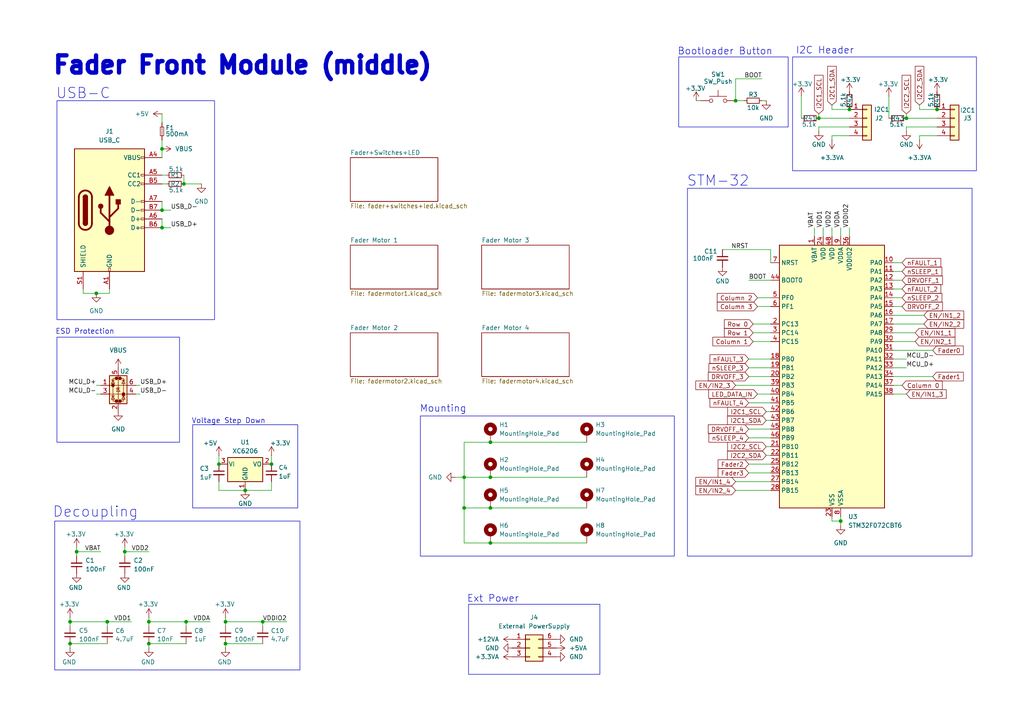
<source format=kicad_sch>
(kicad_sch (version 20250114) (generator "eeschema") (generator_version "9.0")
  (paper "A4")
  (lib_symbols
    (symbol "Connector:USB_C_Receptacle_USB2.0_14P" (pin_names (offset 1.016))
      (property "Reference" "J" (at 0 22.225 0))
      (property "Value" "USB_C_Receptacle_USB2.0_14P" (at 0 19.685 0))
      (symbol "USB_C_Receptacle_USB2.0_14P_1_1"
        (pin passive line (at -7.62 -22.86 90) (length 5.08) (name "SHIELD") (number "S1"))
        (pin passive line (at 0 -22.86 90) (length 5.08) (name "GND") (number "A1"))
        (pin passive line (at 0 -22.86 90) (length 5.08) (hide yes) (name "GND") (number "A12"))
        (pin passive line (at 0 -22.86 90) (length 5.08) (hide yes) (name "GND") (number "B1"))
        (pin passive line (at 0 -22.86 90) (length 5.08) (hide yes) (name "GND") (number "B12"))
        (pin passive line (at 15.24 15.24 180) (length 5.08) (name "VBUS") (number "A4"))
        (pin passive line (at 15.24 15.24 180) (length 5.08) (hide yes) (name "VBUS") (number "A9"))
        (pin passive line (at 15.24 15.24 180) (length 5.08) (hide yes) (name "VBUS") (number "B4"))
        (pin passive line (at 15.24 15.24 180) (length 5.08) (hide yes) (name "VBUS") (number "B9"))
        (pin bidirectional line (at 15.24 10.16 180) (length 5.08) (name "CC1") (number "A5"))
        (pin bidirectional line (at 15.24 7.62 180) (length 5.08) (name "CC2") (number "B5"))
        (pin bidirectional line (at 15.24 2.54 180) (length 5.08) (name "D-") (number "A7"))
        (pin bidirectional line (at 15.24 0 180) (length 5.08) (name "D-") (number "B7"))
        (pin bidirectional line (at 15.24 -2.54 180) (length 5.08) (name "D+") (number "A6"))
        (pin bidirectional line (at 15.24 -5.08 180) (length 5.08) (name "D+") (number "B6"))
      )
    )
    (symbol "Connector_Generic:Conn_01x04" (pin_names (offset 1.016) (hide yes))
      (property "Reference" "J" (at 0 5.08 0))
      (property "Value" "Conn_01x04" (at 0 -7.62 0))
      (symbol "Conn_01x04_1_1"
        (pin passive line (at -5.08 2.54 0) (length 3.81) (name "Pin_1") (number "1"))
        (pin passive line (at -5.08 0 0) (length 3.81) (name "Pin_2") (number "2"))
        (pin passive line (at -5.08 -2.54 0) (length 3.81) (name "Pin_3") (number "3"))
        (pin passive line (at -5.08 -5.08 0) (length 3.81) (name "Pin_4") (number "4"))
      )
    )
    (symbol "Connector_Generic:Conn_02x03_Counter_Clockwise" (pin_names (offset 1.016) (hide yes))
      (property "Reference" "J" (at 1.27 5.08 0))
      (property "Value" "Conn_02x03_Counter_Clockwise" (at 1.27 -5.08 0))
      (symbol "Conn_02x03_Counter_Clockwise_1_1"
        (pin passive line (at -5.08 2.54 0) (length 3.81) (name "Pin_1") (number "1"))
        (pin passive line (at -5.08 0 0) (length 3.81) (name "Pin_2") (number "2"))
        (pin passive line (at -5.08 -2.54 0) (length 3.81) (name "Pin_3") (number "3"))
        (pin passive line (at 7.62 2.54 180) (length 3.81) (name "Pin_6") (number "6"))
        (pin passive line (at 7.62 0 180) (length 3.81) (name "Pin_5") (number "5"))
        (pin passive line (at 7.62 -2.54 180) (length 3.81) (name "Pin_4") (number "4"))
      )
    )
    (symbol "Device:C_Small" (pin_numbers (hide yes)) (pin_names (offset 0.254) (hide yes))
      (property "Reference" "C" (at 0.254 1.778 0))
      (property "Value" "C_Small" (at 0.254 -2.032 0))
      (symbol "C_Small_1_1"
        (pin passive line (at 0 2.54 270) (length 2.032) (name "~") (number "1"))
        (pin passive line (at 0 -2.54 90) (length 2.032) (name "~") (number "2"))
      )
    )
    (symbol "Device:Fuse_Small" (pin_numbers (hide yes)) (pin_names (offset 0.254) (hide yes))
      (property "Reference" "F" (at 0 -1.524 0))
      (property "Value" "Fuse_Small" (at 0 1.524 0))
      (symbol "Fuse_Small_1_1"
        (pin passive line (at -2.54 0 0) (length 1.27) (name "~") (number "1"))
        (pin passive line (at 2.54 0 180) (length 1.27) (name "~") (number "2"))
      )
    )
    (symbol "Device:R_Small" (pin_numbers (hide yes)) (pin_names (offset 0.254) (hide yes))
      (property "Reference" "R" (at 0.762 0.508 0))
      (property "Value" "R_Small" (at 0.762 -1.016 0))
      (symbol "R_Small_1_1"
        (pin passive line (at 0 2.54 270) (length 0.762) (name "~") (number "1"))
        (pin passive line (at 0 -2.54 90) (length 0.762) (name "~") (number "2"))
      )
    )
    (symbol "MCU_ST_STM32F0:STM32F072CBTx"
      (property "Reference" "U" (at -15.24 39.37 0))
      (property "Value" "STM32F072CBTx" (at 7.62 39.37 0))
      (symbol "STM32F072CBTx_1_1"
        (pin input line (at -17.78 33.02 0) (length 2.54) (name "NRST") (number "7"))
        (pin input line (at -17.78 27.94 0) (length 2.54) (name "BOOT0") (number "44"))
        (pin bidirectional line (at -17.78 22.86 0) (length 2.54) (name "PF0") (number "5"))
        (pin bidirectional line (at -17.78 20.32 0) (length 2.54) (name "PF1") (number "6"))
        (pin bidirectional line (at -17.78 15.24 0) (length 2.54) (name "PC13") (number "2"))
        (pin bidirectional line (at -17.78 12.7 0) (length 2.54) (name "PC14") (number "3"))
        (pin bidirectional line (at -17.78 10.16 0) (length 2.54) (name "PC15") (number "4"))
        (pin bidirectional line (at -17.78 5.08 0) (length 2.54) (name "PB0") (number "18"))
        (pin bidirectional line (at -17.78 2.54 0) (length 2.54) (name "PB1") (number "19"))
        (pin bidirectional line (at -17.78 0 0) (length 2.54) (name "PB2") (number "20"))
        (pin bidirectional line (at -17.78 -2.54 0) (length 2.54) (name "PB3") (number "39"))
        (pin bidirectional line (at -17.78 -5.08 0) (length 2.54) (name "PB4") (number "40"))
        (pin bidirectional line (at -17.78 -7.62 0) (length 2.54) (name "PB5") (number "41"))
        (pin bidirectional line (at -17.78 -10.16 0) (length 2.54) (name "PB6") (number "42"))
        (pin bidirectional line (at -17.78 -12.7 0) (length 2.54) (name "PB7") (number "43"))
        (pin bidirectional line (at -17.78 -15.24 0) (length 2.54) (name "PB8") (number "45"))
        (pin bidirectional line (at -17.78 -17.78 0) (length 2.54) (name "PB9") (number "46"))
        (pin bidirectional line (at -17.78 -20.32 0) (length 2.54) (name "PB10") (number "21"))
        (pin bidirectional line (at -17.78 -22.86 0) (length 2.54) (name "PB11") (number "22"))
        (pin bidirectional line (at -17.78 -25.4 0) (length 2.54) (name "PB12") (number "25"))
        (pin bidirectional line (at -17.78 -27.94 0) (length 2.54) (name "PB13") (number "26"))
        (pin bidirectional line (at -17.78 -30.48 0) (length 2.54) (name "PB14") (number "27"))
        (pin bidirectional line (at -17.78 -33.02 0) (length 2.54) (name "PB15") (number "28"))
        (pin power_in line (at -5.08 40.64 270) (length 2.54) (name "VBAT") (number "1"))
        (pin power_in line (at -2.54 40.64 270) (length 2.54) (name "VDD") (number "24"))
        (pin power_in line (at 0 40.64 270) (length 2.54) (name "VDD") (number "48"))
        (pin power_in line (at 0 -40.64 90) (length 2.54) (name "VSS") (number "23"))
        (pin passive line (at 0 -40.64 90) (length 2.54) (hide yes) (name "VSS") (number "35"))
        (pin passive line (at 0 -40.64 90) (length 2.54) (hide yes) (name "VSS") (number "47"))
        (pin power_in line (at 2.54 40.64 270) (length 2.54) (name "VDDA") (number "9"))
        (pin power_in line (at 2.54 -40.64 90) (length 2.54) (name "VSSA") (number "8"))
        (pin power_in line (at 5.08 40.64 270) (length 2.54) (name "VDDIO2") (number "36"))
        (pin bidirectional line (at 17.78 33.02 180) (length 2.54) (name "PA0") (number "10"))
        (pin bidirectional line (at 17.78 30.48 180) (length 2.54) (name "PA1") (number "11"))
        (pin bidirectional line (at 17.78 27.94 180) (length 2.54) (name "PA2") (number "12"))
        (pin bidirectional line (at 17.78 25.4 180) (length 2.54) (name "PA3") (number "13"))
        (pin bidirectional line (at 17.78 22.86 180) (length 2.54) (name "PA4") (number "14"))
        (pin bidirectional line (at 17.78 20.32 180) (length 2.54) (name "PA5") (number "15"))
        (pin bidirectional line (at 17.78 17.78 180) (length 2.54) (name "PA6") (number "16"))
        (pin bidirectional line (at 17.78 15.24 180) (length 2.54) (name "PA7") (number "17"))
        (pin bidirectional line (at 17.78 12.7 180) (length 2.54) (name "PA8") (number "29"))
        (pin bidirectional line (at 17.78 10.16 180) (length 2.54) (name "PA9") (number "30"))
        (pin bidirectional line (at 17.78 7.62 180) (length 2.54) (name "PA10") (number "31"))
        (pin bidirectional line (at 17.78 5.08 180) (length 2.54) (name "PA11") (number "32"))
        (pin bidirectional line (at 17.78 2.54 180) (length 2.54) (name "PA12") (number "33"))
        (pin bidirectional line (at 17.78 0 180) (length 2.54) (name "PA13") (number "34"))
        (pin bidirectional line (at 17.78 -2.54 180) (length 2.54) (name "PA14") (number "37"))
        (pin bidirectional line (at 17.78 -5.08 180) (length 2.54) (name "PA15") (number "38"))
      )
    )
    (symbol "Mechanical:MountingHole_Pad" (pin_numbers (hide yes)) (pin_names (offset 1.016) (hide yes)) (in_bom no)
      (property "Reference" "H" (at 0 6.35 0))
      (property "Value" "MountingHole_Pad" (at 0 4.445 0))
      (symbol "MountingHole_Pad_1_1"
        (pin input line (at 0 -2.54 90) (length 2.54) (name "1") (number "1"))
      )
    )
    (symbol "Power_Protection:USBLC6-2SC6" (pin_names (hide yes))
      (property "Reference" "U" (at 0.635 5.715 0))
      (property "Value" "USBLC6-2SC6" (at 0.635 3.81 0))
      (symbol "USBLC6-2SC6_1_1"
        (pin passive line (at -5.08 0 0) (length 2.54) (name "I/O1") (number "1"))
        (pin passive line (at -5.08 -2.54 0) (length 2.54) (name "I/O2") (number "3"))
        (pin passive line (at 0 5.08 270) (length 2.54) (name "VBUS") (number "5"))
        (pin passive line (at 0 -7.62 90) (length 2.54) (name "GND") (number "2"))
        (pin passive line (at 5.08 0 180) (length 2.54) (name "I/O1") (number "6"))
        (pin passive line (at 5.08 -2.54 180) (length 2.54) (name "I/O2") (number "4"))
      )
    )
    (symbol "Regulator_Linear:XC6206PxxxMR" (pin_names (offset 0.254))
      (property "Reference" "U" (at -3.81 3.175 0))
      (property "Value" "XC6206PxxxMR" (at 0 3.175 0))
      (symbol "XC6206PxxxMR_1_1"
        (pin power_in line (at -7.62 0 0) (length 2.54) (name "VI") (number "3"))
        (pin power_in line (at 0 -7.62 90) (length 2.54) (name "GND") (number "1"))
        (pin power_out line (at 7.62 0 180) (length 2.54) (name "VO") (number "2"))
      )
    )
    (symbol "Switch:SW_Push" (pin_numbers (hide yes)) (pin_names (offset 1.016) (hide yes))
      (property "Reference" "SW" (at 1.27 2.54 0))
      (property "Value" "SW_Push" (at 0 -1.524 0))
      (symbol "SW_Push_0_1"
        (pin passive line (at -5.08 0 0) (length 2.54) (name "1") (number "1"))
        (pin passive line (at 5.08 0 180) (length 2.54) (name "2") (number "2"))
      )
    )
    (symbol "power:+12VA" (power) (pin_numbers (hide yes)) (pin_names (offset 0) (hide yes))
      (property "Value" "+12VA" (at 0 3.556 0))
      (symbol "+12VA_1_1"
        (pin power_in line (at 0 0 90) (length 0) (name "~") (number "1"))
      )
    )
    (symbol "power:+3.3V" (power) (pin_numbers (hide yes)) (pin_names (offset 0) (hide yes))
      (property "Value" "+3.3V" (at 0 3.556 0))
      (symbol "+3.3V_1_1"
        (pin power_in line (at 0 0 90) (length 0) (name "~") (number "1"))
      )
    )
    (symbol "power:+3.3VA" (power) (pin_numbers (hide yes)) (pin_names (offset 0) (hide yes))
      (property "Value" "+3.3VA" (at 0 3.556 0))
      (symbol "+3.3VA_1_1"
        (pin power_in line (at 0 0 90) (length 0) (name "~") (number "1"))
      )
    )
    (symbol "power:+5V" (power) (pin_numbers (hide yes)) (pin_names (offset 0) (hide yes))
      (property "Value" "+5V" (at 0 3.556 0))
      (symbol "+5V_1_1"
        (pin power_in line (at 0 0 90) (length 0) (name "~") (number "1"))
      )
    )
    (symbol "power:+5VA" (power) (pin_numbers (hide yes)) (pin_names (offset 0) (hide yes))
      (property "Value" "+5VA" (at 0 3.556 0))
      (symbol "+5VA_1_1"
        (pin power_in line (at 0 0 90) (length 0) (name "~") (number "1"))
      )
    )
    (symbol "power:GND" (power) (pin_numbers (hide yes)) (pin_names (offset 0) (hide yes))
      (property "Value" "GND" (at 0 -3.81 0))
      (symbol "GND_1_1"
        (pin power_in line (at 0 0 270) (length 0) (name "~") (number "1"))
      )
    )
    (symbol "power:VBUS" (power) (pin_numbers (hide yes)) (pin_names (offset 0) (hide yes))
      (property "Value" "VBUS" (at 0 3.556 0))
      (symbol "VBUS_1_1"
        (pin power_in line (at 0 0 90) (length 0) (name "~") (number "1"))
      )
    )
  )
  (rectangle (start 199.39 54.61) (end 281.94 161.29))
  (rectangle (start 55.88 123.19) (end 86.36 147.32))
  (rectangle (start 15.875 151.13) (end 86.995 194.31))
  (rectangle (start 135.89 175.26) (end 173.99 195.58))
  (rectangle (start 121.92 120.65) (end 195.58 161.29))
  (rectangle (start 16.51 29.21) (end 62.23 92.71))
  (rectangle (start 16.51 97.79) (end 52.07 128.27))
  (rectangle (start 229.87 16.51) (end 283.21 49.53))
  (rectangle (start 196.85 16.51) (end 228.6 36.83))
  (text "Ext Power" (at 143.002 173.736 0) (effects (font (size 2 2))))
  (text "ESD Protection" (at 24.638 96.266 0) (effects (font (size 1.5 1.5))))
  (text "Mounting\n" (at 128.524 118.618 0) (effects (font (size 2 2))))
  (text "I2C Header" (at 239.268 14.732 0) (effects (font (size 2 2))))
  (text "Voltage Step Down" (at 66.294 122.174 0) (effects (font (size 1.5 1.5))))
  (text "Bootloader Button" (at 210.312 14.986 0) (effects (font (size 2 2))))
  (text "Decoupling" (at 27.686 148.59 0) (effects (font (size 3 3))))
  (text "STM-32" (at 208.28 52.578 0) (effects (font (size 3 3))))
  (text "USB-C" (at 24.13 27.178 0) (effects (font (size 3 3))))
  (text "Fader Front Module (middle)" (at 70.358 19.05 0) (effects (font (size 5 5) (thickness 1.6) (bold yes))))
  (junction (at 134.62 138.43))
  (junction (at 46.99 66.04))
  (junction (at 142.24 147.32))
  (junction (at 43.18 186.69))
  (junction (at 31.115 180.34))
  (junction (at 246.38 31.75))
  (junction (at 262.89 34.29))
  (junction (at 65.405 180.34))
  (junction (at 76.2 180.34))
  (junction (at 53.34 53.34))
  (junction (at 46.99 60.96))
  (junction (at 53.975 180.34))
  (junction (at 237.49 34.29))
  (junction (at 271.78 31.75))
  (junction (at 63.5 134.62))
  (junction (at 20.32 186.69))
  (junction (at 65.405 186.69))
  (junction (at 142.24 128.27))
  (junction (at 213.36 29.21))
  (junction (at 78.74 134.62))
  (junction (at 36.195 160.02))
  (junction (at 46.99 43.18))
  (junction (at 22.225 160.02))
  (junction (at 27.94 85.09))
  (junction (at 142.24 138.43))
  (junction (at 142.24 157.48))
  (junction (at 43.18 180.34))
  (junction (at 134.62 147.32))
  (junction (at 71.12 142.24))
  (junction (at 243.84 151.13))
  (junction (at 20.32 180.34))
  (wire (pts (xy 43.18 179.07) (xy 43.18 180.34)))
  (wire (pts (xy 78.74 142.24) (xy 78.74 139.7)))
  (wire (pts (xy 219.71 86.36) (xy 223.52 86.36)))
  (wire (pts (xy 220.98 22.86) (xy 213.36 22.86)))
  (wire (pts (xy 262.89 33.02) (xy 262.89 34.29)))
  (wire (pts (xy 78.74 132.08) (xy 78.74 134.62)))
  (wire (pts (xy 259.08 86.36) (xy 261.62 86.36)))
  (wire (pts (xy 65.405 180.34) (xy 76.2 180.34)))
  (wire (pts (xy 237.49 33.02) (xy 237.49 34.29)))
  (wire (pts (xy 65.405 180.34) (xy 65.405 181.61)))
  (wire (pts (xy 46.99 40.64) (xy 46.99 43.18)))
  (wire (pts (xy 27.94 85.09) (xy 24.13 85.09)))
  (wire (pts (xy 76.2 180.34) (xy 76.2 181.61)))
  (wire (pts (xy 218.44 99.06) (xy 223.52 99.06)))
  (wire (pts (xy 213.36 142.24) (xy 223.52 142.24)))
  (wire (pts (xy 241.3 31.75) (xy 246.38 31.75)))
  (wire (pts (xy 222.25 132.08) (xy 223.52 132.08)))
  (wire (pts (xy 241.3 40.64) (xy 241.3 39.37)))
  (wire (pts (xy 243.84 151.13) (xy 243.84 152.4)))
  (wire (pts (xy 36.195 160.02) (xy 36.195 161.29)))
  (wire (pts (xy 65.405 187.96) (xy 65.405 186.69)))
  (wire (pts (xy 134.62 138.43) (xy 134.62 128.27)))
  (wire (pts (xy 53.975 180.34) (xy 60.96 180.34)))
  (wire (pts (xy 142.24 147.32) (xy 170.18 147.32)))
  (wire (pts (xy 213.36 111.76) (xy 223.52 111.76)))
  (wire (pts (xy 218.44 93.98) (xy 223.52 93.98)))
  (wire (pts (xy 201.93 29.21) (xy 203.2 29.21)))
  (wire (pts (xy 223.52 72.39) (xy 223.52 76.2)))
  (wire (pts (xy 217.17 137.16) (xy 223.52 137.16)))
  (wire (pts (xy 40.64 111.76) (xy 39.37 111.76)))
  (wire (pts (xy 259.08 114.3) (xy 262.89 114.3)))
  (wire (pts (xy 43.18 160.02) (xy 36.195 160.02)))
  (wire (pts (xy 36.195 158.75) (xy 36.195 160.02)))
  (wire (pts (xy 20.32 179.07) (xy 20.32 180.34)))
  (wire (pts (xy 259.08 88.9) (xy 261.62 88.9)))
  (wire (pts (xy 259.08 109.22) (xy 270.51 109.22)))
  (wire (pts (xy 142.24 138.43) (xy 170.18 138.43)))
  (wire (pts (xy 63.5 142.24) (xy 71.12 142.24)))
  (wire (pts (xy 259.08 101.6) (xy 270.51 101.6)))
  (wire (pts (xy 63.5 139.7) (xy 63.5 142.24)))
  (wire (pts (xy 31.115 180.34) (xy 38.1 180.34)))
  (wire (pts (xy 46.99 58.42) (xy 46.99 60.96)))
  (wire (pts (xy 134.62 147.32) (xy 142.24 147.32)))
  (wire (pts (xy 222.25 119.38) (xy 223.52 119.38)))
  (wire (pts (xy 259.08 81.28) (xy 261.62 81.28)))
  (wire (pts (xy 266.7 39.37) (xy 271.78 39.37)))
  (wire (pts (xy 43.18 180.34) (xy 53.975 180.34)))
  (wire (pts (xy 243.84 149.86) (xy 243.84 151.13)))
  (wire (pts (xy 46.99 53.34) (xy 48.26 53.34)))
  (wire (pts (xy 238.76 66.04) (xy 238.76 68.58)))
  (wire (pts (xy 43.18 187.96) (xy 43.18 186.69)))
  (wire (pts (xy 259.08 78.74) (xy 261.62 78.74)))
  (wire (pts (xy 241.3 30.48) (xy 241.3 31.75)))
  (wire (pts (xy 217.17 134.62) (xy 223.52 134.62)))
  (wire (pts (xy 217.17 106.68) (xy 223.52 106.68)))
  (wire (pts (xy 217.17 124.46) (xy 223.52 124.46)))
  (wire (pts (xy 217.17 81.28) (xy 223.52 81.28)))
  (wire (pts (xy 20.32 187.96) (xy 20.32 186.69)))
  (wire (pts (xy 219.71 88.9) (xy 223.52 88.9)))
  (wire (pts (xy 134.62 128.27) (xy 142.24 128.27)))
  (wire (pts (xy 259.08 104.14) (xy 262.89 104.14)))
  (wire (pts (xy 236.22 66.04) (xy 236.22 68.58)))
  (wire (pts (xy 71.12 142.24) (xy 78.74 142.24)))
  (wire (pts (xy 241.3 39.37) (xy 246.38 39.37)))
  (wire (pts (xy 213.36 29.21) (xy 215.9 29.21)))
  (wire (pts (xy 142.24 128.27) (xy 170.18 128.27)))
  (wire (pts (xy 46.99 50.8) (xy 48.26 50.8)))
  (wire (pts (xy 217.17 104.14) (xy 223.52 104.14)))
  (wire (pts (xy 22.225 158.75) (xy 22.225 160.02)))
  (wire (pts (xy 43.18 180.34) (xy 43.18 181.61)))
  (wire (pts (xy 134.62 138.43) (xy 142.24 138.43)))
  (wire (pts (xy 222.25 121.92) (xy 223.52 121.92)))
  (wire (pts (xy 257.81 27.94) (xy 257.81 34.29)))
  (wire (pts (xy 65.405 186.69) (xy 76.2 186.69)))
  (wire (pts (xy 22.225 160.02) (xy 22.225 161.29)))
  (wire (pts (xy 49.53 60.96) (xy 46.99 60.96)))
  (wire (pts (xy 262.89 36.83) (xy 271.78 36.83)))
  (wire (pts (xy 219.71 114.3) (xy 223.52 114.3)))
  (wire (pts (xy 20.32 180.34) (xy 31.115 180.34)))
  (wire (pts (xy 29.21 160.02) (xy 22.225 160.02)))
  (wire (pts (xy 76.2 180.34) (xy 83.185 180.34)))
  (wire (pts (xy 27.94 114.3) (xy 29.21 114.3)))
  (wire (pts (xy 241.3 149.86) (xy 241.3 151.13)))
  (wire (pts (xy 237.49 36.83) (xy 246.38 36.83)))
  (wire (pts (xy 259.08 96.52) (xy 265.43 96.52)))
  (wire (pts (xy 259.08 111.76) (xy 261.62 111.76)))
  (wire (pts (xy 20.32 186.69) (xy 31.115 186.69)))
  (wire (pts (xy 53.34 53.34) (xy 58.42 53.34)))
  (wire (pts (xy 24.13 85.09) (xy 24.13 83.82)))
  (wire (pts (xy 237.49 38.1) (xy 237.49 36.83)))
  (wire (pts (xy 259.08 76.2) (xy 261.62 76.2)))
  (wire (pts (xy 209.55 72.39) (xy 223.52 72.39)))
  (wire (pts (xy 243.84 66.04) (xy 243.84 68.58)))
  (wire (pts (xy 220.98 29.21) (xy 222.25 29.21)))
  (wire (pts (xy 134.62 138.43) (xy 134.62 147.32)))
  (wire (pts (xy 266.7 31.75) (xy 271.78 31.75)))
  (wire (pts (xy 27.94 85.09) (xy 31.75 85.09)))
  (wire (pts (xy 53.975 180.34) (xy 53.975 181.61)))
  (wire (pts (xy 259.08 83.82) (xy 261.62 83.82)))
  (wire (pts (xy 46.99 43.18) (xy 46.99 45.72)))
  (wire (pts (xy 237.49 34.29) (xy 246.38 34.29)))
  (wire (pts (xy 20.32 180.34) (xy 20.32 181.61)))
  (wire (pts (xy 31.75 85.09) (xy 31.75 83.82)))
  (wire (pts (xy 222.25 129.54) (xy 223.52 129.54)))
  (wire (pts (xy 266.7 30.48) (xy 266.7 31.75)))
  (wire (pts (xy 134.62 157.48) (xy 142.24 157.48)))
  (wire (pts (xy 43.18 186.69) (xy 53.975 186.69)))
  (wire (pts (xy 63.5 132.08) (xy 63.5 134.62)))
  (wire (pts (xy 142.24 157.48) (xy 170.18 157.48)))
  (wire (pts (xy 241.3 151.13) (xy 243.84 151.13)))
  (wire (pts (xy 53.34 50.8) (xy 53.34 53.34)))
  (wire (pts (xy 232.41 27.94) (xy 232.41 34.29)))
  (wire (pts (xy 46.99 33.02) (xy 46.99 35.56)))
  (wire (pts (xy 259.08 93.98) (xy 267.97 93.98)))
  (wire (pts (xy 266.7 40.64) (xy 266.7 39.37)))
  (wire (pts (xy 134.62 147.32) (xy 134.62 157.48)))
  (wire (pts (xy 213.36 22.86) (xy 213.36 29.21)))
  (wire (pts (xy 241.3 66.04) (xy 241.3 68.58)))
  (wire (pts (xy 259.08 106.68) (xy 262.89 106.68)))
  (wire (pts (xy 217.17 109.22) (xy 223.52 109.22)))
  (wire (pts (xy 262.89 38.1) (xy 262.89 36.83)))
  (wire (pts (xy 259.08 99.06) (xy 265.43 99.06)))
  (wire (pts (xy 49.53 66.04) (xy 46.99 66.04)))
  (wire (pts (xy 262.89 34.29) (xy 271.78 34.29)))
  (wire (pts (xy 217.17 127) (xy 223.52 127)))
  (wire (pts (xy 27.94 111.76) (xy 29.21 111.76)))
  (wire (pts (xy 218.44 96.52) (xy 223.52 96.52)))
  (wire (pts (xy 31.115 180.34) (xy 31.115 181.61)))
  (wire (pts (xy 259.08 91.44) (xy 267.97 91.44)))
  (wire (pts (xy 46.99 63.5) (xy 46.99 66.04)))
  (wire (pts (xy 132.08 138.43) (xy 134.62 138.43)))
  (wire (pts (xy 40.64 114.3) (xy 39.37 114.3)))
  (wire (pts (xy 217.17 116.84) (xy 223.52 116.84)))
  (wire (pts (xy 213.36 139.7) (xy 223.52 139.7)))
  (wire (pts (xy 246.38 66.04) (xy 246.38 68.58)))
  (wire (pts (xy 65.405 179.07) (xy 65.405 180.34)))
  (label "MCU_D-" (at 27.94 114.3 180))
  (label "VDD1" (at 238.76 66.04 90))
  (label "VDDA" (at 60.96 180.34 180))
  (label "USB_D-" (at 40.64 114.3 0))
  (label "MCU_D+" (at 27.94 111.76 180))
  (label "VDDIO2" (at 83.185 180.34 180))
  (label "USB_D+" (at 49.53 66.04 0))
  (label "VDDA" (at 243.84 66.04 90))
  (label "BOOT" (at 220.98 22.86 180))
  (label "VDDIO2" (at 246.38 66.04 90))
  (label "BOOT" (at 217.17 81.28 0))
  (label "MCU_D+" (at 262.89 106.68 0))
  (label "USB_D-" (at 49.53 60.96 0))
  (label "VDD1" (at 38.1 180.34 180))
  (label "MCU_D-" (at 262.89 104.14 0))
  (label "NRST" (at 212.09 72.39 0))
  (label "VBAT" (at 29.21 160.02 180))
  (label "VDD2" (at 43.18 160.02 180))
  (label "VBAT" (at 236.22 66.04 90))
  (label "VDD2" (at 241.3 66.04 90))
  (label "USB_D+" (at 40.64 111.76 0))
  (global_label "nFAULT_1" (shape input) (at 261.62 76.2 0) (property "Intersheetrefs" "${INTERSHEET_REFS}" (effects (hide yes))))
  (global_label "LED_DATA_IN" (shape input) (at 219.71 114.3 180) (property "Intersheetrefs" "${INTERSHEET_REFS}" (effects (hide yes))))
  (global_label "Fader0" (shape input) (at 270.51 101.6 0) (property "Intersheetrefs" "${INTERSHEET_REFS}" (effects (hide yes))))
  (global_label "Fader1" (shape input) (at 270.51 109.22 0) (property "Intersheetrefs" "${INTERSHEET_REFS}" (effects (hide yes))))
  (global_label "EN{slash}IN1_3" (shape input) (at 262.89 114.3 0) (property "Intersheetrefs" "${INTERSHEET_REFS}" (effects (hide yes))))
  (global_label "I2C2_SCL" (shape input) (at 262.89 33.02 90) (property "Intersheetrefs" "${INTERSHEET_REFS}" (effects (hide yes))))
  (global_label "EN{slash}IN2_1" (shape input) (at 265.43 99.06 0) (property "Intersheetrefs" "${INTERSHEET_REFS}" (effects (hide yes))))
  (global_label "nSLEEP_3" (shape input) (at 217.17 106.68 180) (property "Intersheetrefs" "${INTERSHEET_REFS}" (effects (hide yes))))
  (global_label "EN{slash}IN2_2" (shape input) (at 267.97 93.98 0) (property "Intersheetrefs" "${INTERSHEET_REFS}" (effects (hide yes))))
  (global_label "I2C2_SDA" (shape input) (at 222.25 132.08 180) (property "Intersheetrefs" "${INTERSHEET_REFS}" (effects (hide yes))))
  (global_label "EN{slash}IN1_4" (shape input) (at 213.36 139.7 180) (property "Intersheetrefs" "${INTERSHEET_REFS}" (effects (hide yes))))
  (global_label "Column 3" (shape input) (at 219.71 88.9 180) (property "Intersheetrefs" "${INTERSHEET_REFS}" (effects (hide yes))))
  (global_label "Column 2" (shape input) (at 219.71 86.36 180) (property "Intersheetrefs" "${INTERSHEET_REFS}" (effects (hide yes))))
  (global_label "EN{slash}IN2_3" (shape input) (at 213.36 111.76 180) (property "Intersheetrefs" "${INTERSHEET_REFS}" (effects (hide yes))))
  (global_label "Fader3" (shape input) (at 217.17 137.16 180) (property "Intersheetrefs" "${INTERSHEET_REFS}" (effects (hide yes))))
  (global_label "Fader2" (shape input) (at 217.17 134.62 180) (property "Intersheetrefs" "${INTERSHEET_REFS}" (effects (hide yes))))
  (global_label "I2C1_SCL" (shape input) (at 222.25 119.38 180) (property "Intersheetrefs" "${INTERSHEET_REFS}" (effects (hide yes))))
  (global_label "nFAULT_4" (shape input) (at 217.17 116.84 180) (property "Intersheetrefs" "${INTERSHEET_REFS}" (effects (hide yes))))
  (global_label "Row 0" (shape input) (at 218.44 93.98 180) (property "Intersheetrefs" "${INTERSHEET_REFS}" (effects (hide yes))))
  (global_label "I2C2_SCL" (shape input) (at 222.25 129.54 180) (property "Intersheetrefs" "${INTERSHEET_REFS}" (effects (hide yes))))
  (global_label "nFAULT_2" (shape input) (at 261.62 83.82 0) (property "Intersheetrefs" "${INTERSHEET_REFS}" (effects (hide yes))))
  (global_label "DRVOFF_1" (shape input) (at 261.62 81.28 0) (property "Intersheetrefs" "${INTERSHEET_REFS}" (effects (hide yes))))
  (global_label "nSLEEP_1" (shape input) (at 261.62 78.74 0) (property "Intersheetrefs" "${INTERSHEET_REFS}" (effects (hide yes))))
  (global_label "I2C2_SDA" (shape input) (at 266.7 30.48 90) (property "Intersheetrefs" "${INTERSHEET_REFS}" (effects (hide yes))))
  (global_label "DRVOFF_2" (shape input) (at 261.62 88.9 0) (property "Intersheetrefs" "${INTERSHEET_REFS}" (effects (hide yes))))
  (global_label "DRVOFF_4" (shape input) (at 217.17 124.46 180) (property "Intersheetrefs" "${INTERSHEET_REFS}" (effects (hide yes))))
  (global_label "I2C1_SDA" (shape input) (at 222.25 121.92 180) (property "Intersheetrefs" "${INTERSHEET_REFS}" (effects (hide yes))))
  (global_label "nSLEEP_2" (shape input) (at 261.62 86.36 0) (property "Intersheetrefs" "${INTERSHEET_REFS}" (effects (hide yes))))
  (global_label "Column 1" (shape input) (at 218.44 99.06 180) (property "Intersheetrefs" "${INTERSHEET_REFS}" (effects (hide yes))))
  (global_label "Column 0" (shape input) (at 261.62 111.76 0) (property "Intersheetrefs" "${INTERSHEET_REFS}" (effects (hide yes))))
  (global_label "Row 1" (shape input) (at 218.44 96.52 180) (property "Intersheetrefs" "${INTERSHEET_REFS}" (effects (hide yes))))
  (global_label "I2C1_SDA" (shape input) (at 241.3 30.48 90) (property "Intersheetrefs" "${INTERSHEET_REFS}" (effects (hide yes))))
  (global_label "EN{slash}IN1_1" (shape input) (at 265.43 96.52 0) (property "Intersheetrefs" "${INTERSHEET_REFS}" (effects (hide yes))))
  (global_label "EN{slash}IN2_4" (shape input) (at 213.36 142.24 180) (property "Intersheetrefs" "${INTERSHEET_REFS}" (effects (hide yes))))
  (global_label "DRVOFF_3" (shape input) (at 217.17 109.22 180) (property "Intersheetrefs" "${INTERSHEET_REFS}" (effects (hide yes))))
  (global_label "EN{slash}IN1_2" (shape input) (at 267.97 91.44 0) (property "Intersheetrefs" "${INTERSHEET_REFS}" (effects (hide yes))))
  (global_label "nSLEEP_4" (shape input) (at 217.17 127 180) (property "Intersheetrefs" "${INTERSHEET_REFS}" (effects (hide yes))))
  (global_label "nFAULT_3" (shape input) (at 217.17 104.14 180) (property "Intersheetrefs" "${INTERSHEET_REFS}" (effects (hide yes))))
  (global_label "I2C1_SCL" (shape input) (at 237.49 33.02 90) (property "Intersheetrefs" "${INTERSHEET_REFS}" (effects (hide yes))))
  (symbol (lib_id "Connector_Generic:Conn_01x04") (at 251.46 34.29 0) (unit 1)
    (property "Reference" "J2" (at 253.746 34.29 0) (effects (justify left)))
    (property "Value" "I2C1" (at 253.492 31.75 0) (effects (justify left)))
    (property "Footprint" "Connector_JST:JST_EH_B4B-EH-A_1x04_P2.50mm_Vertical" (effects (hide yes)))
    (property "Description" "4P EH 1x4P Tin -25℃~+85℃ White 2.5mm 250V 4 3A 1 Through Hole Through Hole,P=2.5mm Headers, Male Pins RoHS" (effects (hide yes)))
    (property "LCSC" "C160258" (effects (hide yes)))
  )
  (symbol (lib_id "power:+3.3V") (at 65.405 179.07 0) (unit 1)
    (property "Reference" "#PWR09" (effects (hide yes)))
    (property "Value" "+3.3V" (at 65.151 175.26 0))
    (property "Description" "Power symbol creates a global label with name \"+3.3V\"" (effects (hide yes)))
  )
  (symbol (lib_id "power:+3.3V") (at 201.93 29.21 0) (unit 1)
    (property "Reference" "#PWR019" (effects (hide yes)))
    (property "Value" "+3.3V" (at 201.676 25.654 0))
    (property "Description" "Power symbol creates a global label with name \"+3.3V\"" (effects (hide yes)))
  )
  (symbol (lib_id "power:GND") (at 132.08 138.43 270) (unit 1)
    (property "Reference" "#PWR064" (effects (hide yes)))
    (property "Value" "GND" (at 128.27 138.4299 90) (effects (justify right)))
    (property "Description" "Power symbol creates a global label with name \"GND\" , ground" (effects (hide yes)))
  )
  (symbol (lib_id "Regulator_Linear:XC6206PxxxMR") (at 71.12 134.62 0) (unit 1)
    (property "Reference" "U1" (at 71.12 128.27 0))
    (property "Value" "XC6206" (at 71.12 130.81 0))
    (property "Footprint" "Package_TO_SOT_SMD:SOT-23-3" (effects (hide yes)))
    (property "Datasheet" "https://www.torexsemi.com/file/xc6206/XC6206.pdf" (effects (hide yes)))
    (property "Description" "Positive 60-250mA Low Dropout Regulator, Fixed Output, SOT-23" (effects (hide yes)))
    (property "LCSC" "C5446" (effects (hide yes)))
  )
  (symbol (lib_id "Device:R_Small") (at 218.44 29.21 270) (unit 1)
    (property "Reference" "R3" (at 218.44 27.432 90))
    (property "Value" "10k" (at 218.44 31.242 90))
    (property "Footprint" "Capacitor_SMD:C_0402_1005Metric_Pad0.74x0.62mm_HandSolder" (effects (hide yes)))
    (property "Description" "Resistor, small symbol" (effects (hide yes)))
    (property "LCSC" "C25744" (effects (hide yes)))
  )
  (symbol (lib_id "Device:C_Small") (at 20.32 184.15 180) (unit 1)
    (property "Reference" "C5" (at 22.86 182.8735 0) (effects (justify right)))
    (property "Value" "100nF" (at 22.86 185.4135 0) (effects (justify right)))
    (property "Footprint" "Capacitor_SMD:C_0402_1005Metric_Pad0.74x0.62mm_HandSolder" (effects (hide yes)))
    (property "Description" "Unpolarized capacitor, small symbol" (effects (hide yes)))
    (property "LCSC" "C307331" (effects (hide yes)))
    (property "MPN" "CL05B104KB54PNC" (effects (hide yes)))
  )
  (symbol (lib_id "power:+3.3VA") (at 148.59 190.5 90) (unit 1)
    (property "Reference" "#PWR035" (effects (hide yes)))
    (property "Value" "+3.3VA" (at 144.78 190.4999 90) (effects (justify left)))
    (property "Description" "Power symbol creates a global label with name \"+3.3VA\"" (effects (hide yes)))
  )
  (symbol (lib_id "power:+3.3V") (at 246.38 26.67 0) (unit 1)
    (property "Reference" "#PWR068" (effects (hide yes)))
    (property "Value" "+3.3V" (at 246.634 23.114 0))
    (property "Description" "Power symbol creates a global label with name \"+3.3V\"" (effects (hide yes)))
  )
  (symbol (lib_id "power:GND") (at 148.59 187.96 270) (unit 1)
    (property "Reference" "#PWR033" (effects (hide yes)))
    (property "Value" "GND" (at 144.78 187.9599 90) (effects (justify right)))
    (property "Description" "Power symbol creates a global label with name \"GND\" , ground" (effects (hide yes)))
  )
  (symbol (lib_id "Connector_Generic:Conn_01x04") (at 276.86 34.29 0) (unit 1)
    (property "Reference" "J3" (at 279.4 34.2899 0) (effects (justify left)))
    (property "Value" "I2C1" (at 278.384 32.004 0) (effects (justify left)))
    (property "Footprint" "Connector_JST:JST_EH_B4B-EH-A_1x04_P2.50mm_Vertical" (effects (hide yes)))
    (property "Description" "4P EH 1x4P Tin -25℃~+85℃ White 2.5mm 250V 4 3A 1 Through Hole Through Hole,P=2.5mm Headers, Male Pins RoHS" (effects (hide yes)))
    (property "LCSC" "C160258" (effects (hide yes)))
  )
  (symbol (lib_id "power:VBUS") (at 46.99 43.18 270) (unit 1)
    (property "Reference" "#PWR015" (effects (hide yes)))
    (property "Value" "VBUS" (at 50.8 43.1799 90) (effects (justify left)))
    (property "Description" "Power symbol creates a global label with name \"VBUS\"" (effects (hide yes)))
  )
  (symbol (lib_id "power:+3.3V") (at 22.225 158.75 0) (unit 1)
    (property "Reference" "#PWR01" (effects (hide yes)))
    (property "Value" "+3.3V" (at 21.971 154.94 0))
    (property "Description" "Power symbol creates a global label with name \"+3.3V\"" (effects (hide yes)))
  )
  (symbol (lib_id "power:GND") (at 43.18 187.96 0) (unit 1)
    (property "Reference" "#PWR013" (effects (hide yes)))
    (property "Value" "GND" (at 42.926 192.024 0))
    (property "Description" "Power symbol creates a global label with name \"GND\" , ground" (effects (hide yes)))
  )
  (symbol (lib_id "Power_Protection:USBLC6-2SC6") (at 34.29 111.76 0) (unit 1)
    (property "Reference" "U2" (at 34.798 107.696 0) (effects (justify left)))
    (property "Value" "USBLC6-2SC6" (effects (hide yes)))
    (property "Footprint" "Package_TO_SOT_SMD:SOT-23-6_Handsoldering" (effects (hide yes)))
    (property "Datasheet" "https://www.st.com/resource/en/datasheet/usblc6-2.pdf" (effects (hide yes)))
    (property "Description" "Very low capacitance ESD protection diode, 2 data-line, SOT-23-6" (effects (hide yes)))
    (property "LCSC" "C2827654" (effects (hide yes)))
  )
  (symbol (lib_id "power:+3.3VA") (at 266.7 40.64 180) (unit 1)
    (property "Reference" "#PWR070" (effects (hide yes)))
    (property "Value" "+3.3VA" (at 266.7 45.72 0))
    (property "Description" "Power symbol creates a global label with name \"+3.3VA\"" (effects (hide yes)))
  )
  (symbol (lib_id "power:+3.3V") (at 20.32 179.07 0) (unit 1)
    (property "Reference" "#PWR07" (effects (hide yes)))
    (property "Value" "+3.3V" (at 20.066 175.26 0))
    (property "Description" "Power symbol creates a global label with name \"+3.3V\"" (effects (hide yes)))
  )
  (symbol (lib_id "power:GND") (at 237.49 38.1 0) (unit 1)
    (property "Reference" "#PWR023" (effects (hide yes)))
    (property "Value" "GND" (at 237.49 41.91 0))
    (property "Description" "Power symbol creates a global label with name \"GND\" , ground" (effects (hide yes)))
  )
  (symbol (lib_id "Mechanical:MountingHole_Pad") (at 142.24 135.89 0) (unit 1) (in_bom no)
    (property "Reference" "H2" (at 144.78 133.3499 0) (effects (justify left)))
    (property "Value" "MountingHole_Pad" (at 144.78 135.8899 0) (effects (justify left)))
    (property "Footprint" "MountingHole:MountingHole_2.2mm_M2_Pad_Via" (effects (hide yes)))
    (property "Description" "Mounting Hole with connection" (effects (hide yes)))
  )
  (symbol (lib_id "Device:C_Small") (at 63.5 137.16 0) (unit 1)
    (property "Reference" "C3" (at 57.912 135.89 0) (effects (justify left)))
    (property "Value" "1uF" (at 57.912 138.43 0) (effects (justify left)))
    (property "Footprint" "Capacitor_SMD:C_0402_1005Metric_Pad0.74x0.62mm_HandSolder" (effects (hide yes)))
    (property "Description" "Unpolarized capacitor, small symbol" (effects (hide yes)))
    (property "LCSC" "C52923" (effects (hide yes)))
  )
  (symbol (lib_id "Device:C_Small") (at 76.2 184.15 180) (unit 1)
    (property "Reference" "C10" (at 78.5241 182.9314 0) (effects (justify right)))
    (property "Value" "4.7uF" (at 78.5241 185.3557 0) (effects (justify right)))
    (property "Footprint" "Capacitor_SMD:C_0402_1005Metric_Pad0.74x0.62mm_HandSolder" (effects (hide yes)))
    (property "Description" "Unpolarized capacitor, small symbol" (effects (hide yes)))
    (property "LCSC" "C23733" (effects (hide yes)))
    (property "MPN" "CL05A475MP5NRNC" (effects (hide yes)))
  )
  (symbol (lib_id "power:GND") (at 222.25 29.21 0) (unit 1)
    (property "Reference" "#PWR020" (effects (hide yes)))
    (property "Value" "GND" (at 222.25 34.29 0))
    (property "Description" "Power symbol creates a global label with name \"GND\" , ground" (effects (hide yes)))
  )
  (symbol (lib_id "power:GND") (at 36.195 166.37 0) (unit 1)
    (property "Reference" "#PWR06" (effects (hide yes)))
    (property "Value" "GND" (at 35.941 170.434 0))
    (property "Description" "Power symbol creates a global label with name \"GND\" , ground" (effects (hide yes)))
  )
  (symbol (lib_id "Device:R_Small") (at 246.38 29.21 180) (unit 1)
    (property "Reference" "R42" (at 246.38 29.21 90))
    (property "Value" "5.1k" (at 244.602 28.956 90))
    (property "Footprint" "Capacitor_SMD:C_0402_1005Metric_Pad0.74x0.62mm_HandSolder" (effects (hide yes)))
    (property "Description" "Resistor, small symbol" (effects (hide yes)))
    (property "LCSC" "C25905" (effects (hide yes)))
  )
  (symbol (lib_id "power:+3.3VA") (at 241.3 40.64 180) (unit 1)
    (property "Reference" "#PWR066" (effects (hide yes)))
    (property "Value" "+3.3VA" (at 241.3 45.72 0))
    (property "Description" "Power symbol creates a global label with name \"+3.3VA\"" (effects (hide yes)))
  )
  (symbol (lib_id "power:GND") (at 20.32 187.96 0) (unit 1)
    (property "Reference" "#PWR012" (effects (hide yes)))
    (property "Value" "GND" (at 20.066 192.024 0))
    (property "Description" "Power symbol creates a global label with name \"GND\" , ground" (effects (hide yes)))
  )
  (symbol (lib_id "Mechanical:MountingHole_Pad") (at 142.24 125.73 0) (unit 1) (in_bom no)
    (property "Reference" "H1" (at 144.78 123.1899 0) (effects (justify left)))
    (property "Value" "MountingHole_Pad" (at 144.78 125.7299 0) (effects (justify left)))
    (property "Footprint" "MountingHole:MountingHole_2.2mm_M2_Pad_Via" (effects (hide yes)))
    (property "Description" "Mounting Hole with connection" (effects (hide yes)))
  )
  (symbol (lib_id "Device:R_Small") (at 271.78 29.21 180) (unit 1)
    (property "Reference" "R44" (at 271.78 29.21 90))
    (property "Value" "5.1k" (at 270.002 28.956 90))
    (property "Footprint" "Capacitor_SMD:C_0402_1005Metric_Pad0.74x0.62mm_HandSolder" (effects (hide yes)))
    (property "Description" "Resistor, small symbol" (effects (hide yes)))
    (property "LCSC" "C25905" (effects (hide yes)))
  )
  (symbol (lib_id "Device:C_Small") (at 31.115 184.15 180) (unit 1)
    (property "Reference" "C6" (at 33.4391 182.9314 0) (effects (justify right)))
    (property "Value" "4.7uF" (at 33.4391 185.3557 0) (effects (justify right)))
    (property "Footprint" "Capacitor_SMD:C_0402_1005Metric_Pad0.74x0.62mm_HandSolder" (effects (hide yes)))
    (property "Description" "Unpolarized capacitor, small symbol" (effects (hide yes)))
    (property "LCSC" "C23733" (effects (hide yes)))
    (property "MPN" "CL05A475MP5NRNC" (effects (hide yes)))
  )
  (symbol (lib_id "Mechanical:MountingHole_Pad") (at 170.18 125.73 0) (unit 1) (in_bom no)
    (property "Reference" "H3" (at 172.72 123.1899 0) (effects (justify left)))
    (property "Value" "MountingHole_Pad" (at 172.72 125.7299 0) (effects (justify left)))
    (property "Footprint" "MountingHole:MountingHole_2.2mm_M2_Pad_Via" (effects (hide yes)))
    (property "Description" "Mounting Hole with connection" (effects (hide yes)))
  )
  (symbol (lib_id "power:+5V") (at 46.99 33.02 90) (unit 1)
    (property "Reference" "#PWR010" (effects (hide yes)))
    (property "Value" "+5V" (at 43.18 33.0199 90) (effects (justify left)))
    (property "Description" "Power symbol creates a global label with name \"+5V\"" (effects (hide yes)))
  )
  (symbol (lib_id "power:+3.3V") (at 43.18 179.07 0) (unit 1)
    (property "Reference" "#PWR08" (effects (hide yes)))
    (property "Value" "+3.3V" (at 42.926 175.26 0))
    (property "Description" "Power symbol creates a global label with name \"+3.3V\"" (effects (hide yes)))
  )
  (symbol (lib_id "power:+3.3V") (at 232.41 27.94 0) (unit 1)
    (property "Reference" "#PWR026" (effects (hide yes)))
    (property "Value" "+3.3V" (at 232.664 24.384 0))
    (property "Description" "Power symbol creates a global label with name \"+3.3V\"" (effects (hide yes)))
  )
  (symbol (lib_id "power:+5VA") (at 161.29 187.96 270) (unit 1)
    (property "Reference" "#PWR030" (effects (hide yes)))
    (property "Value" "+5VA" (at 165.1 187.9599 90) (effects (justify left)))
    (property "Description" "Power symbol creates a global label with name \"+5VA\"" (effects (hide yes)))
  )
  (symbol (lib_id "power:+12VA") (at 148.59 185.42 90) (unit 1)
    (property "Reference" "#PWR034" (effects (hide yes)))
    (property "Value" "+12VA" (at 144.78 185.4199 90) (effects (justify left)))
    (property "Description" "Power symbol creates a global label with name \"+12VA\"" (effects (hide yes)))
  )
  (symbol (lib_id "Mechanical:MountingHole_Pad") (at 142.24 154.94 0) (unit 1) (in_bom no)
    (property "Reference" "H6" (at 144.78 152.3999 0) (effects (justify left)))
    (property "Value" "MountingHole_Pad" (at 144.78 154.9399 0) (effects (justify left)))
    (property "Footprint" "MountingHole:MountingHole_2.2mm_M2_Pad_Via" (effects (hide yes)))
    (property "Description" "Mounting Hole with connection" (effects (hide yes)))
  )
  (symbol (lib_id "Mechanical:MountingHole_Pad") (at 170.18 144.78 0) (unit 1) (in_bom no)
    (property "Reference" "H7" (at 172.72 142.2399 0) (effects (justify left)))
    (property "Value" "MountingHole_Pad" (at 172.72 144.7799 0) (effects (justify left)))
    (property "Footprint" "MountingHole:MountingHole_2.2mm_M2_Pad_Via" (effects (hide yes)))
    (property "Description" "Mounting Hole with connection" (effects (hide yes)))
  )
  (symbol (lib_id "Device:C_Small") (at 53.975 184.15 180) (unit 1)
    (property "Reference" "C8" (at 56.2991 182.9314 0) (effects (justify right)))
    (property "Value" "1uF" (at 56.2991 185.3557 0) (effects (justify right)))
    (property "Footprint" "Capacitor_SMD:C_0402_1005Metric_Pad0.74x0.62mm_HandSolder" (effects (hide yes)))
    (property "Description" "Unpolarized capacitor, small symbol" (effects (hide yes)))
    (property "LCSC" "C52923" (effects (hide yes)))
    (property "MPN" "CL05A105KA5NQNC" (effects (hide yes)))
  )
  (symbol (lib_id "Device:R_Small") (at 260.35 34.29 270) (unit 1)
    (property "Reference" "R43" (at 260.35 34.29 90))
    (property "Value" "5.1k" (at 260.096 36.068 90))
    (property "Footprint" "Capacitor_SMD:C_0402_1005Metric_Pad0.74x0.62mm_HandSolder" (effects (hide yes)))
    (property "Description" "Resistor, small symbol" (effects (hide yes)))
    (property "LCSC" "C25905" (effects (hide yes)))
  )
  (symbol (lib_id "Mechanical:MountingHole_Pad") (at 142.24 144.78 0) (unit 1) (in_bom no)
    (property "Reference" "H5" (at 144.78 142.2399 0) (effects (justify left)))
    (property "Value" "MountingHole_Pad" (at 144.78 144.7799 0) (effects (justify left)))
    (property "Footprint" "MountingHole:MountingHole_2.2mm_M2_Pad_Via" (effects (hide yes)))
    (property "Description" "Mounting Hole with connection" (effects (hide yes)))
  )
  (symbol (lib_id "power:GND") (at 243.84 152.4 0) (unit 1)
    (property "Reference" "#PWR022" (effects (hide yes)))
    (property "Value" "GND" (at 243.84 157.48 0))
    (property "Description" "Power symbol creates a global label with name \"GND\" , ground" (effects (hide yes)))
  )
  (symbol (lib_id "Device:C_Small") (at 22.225 163.83 180) (unit 1)
    (property "Reference" "C1" (at 24.765 162.5535 0) (effects (justify right)))
    (property "Value" "100nF" (at 24.765 165.0935 0) (effects (justify right)))
    (property "Footprint" "Capacitor_SMD:C_0402_1005Metric_Pad0.74x0.62mm_HandSolder" (effects (hide yes)))
    (property "Description" "Unpolarized capacitor, small symbol" (effects (hide yes)))
    (property "LCSC" "C307331" (effects (hide yes)))
  )
  (symbol (lib_id "Device:C_Small") (at 209.55 74.93 0) (unit 1)
    (property "Reference" "C11" (at 204.216 72.898 0) (effects (justify left)))
    (property "Value" "100nF" (at 200.914 74.93 0) (effects (justify left)))
    (property "Footprint" "Capacitor_SMD:C_0402_1005Metric_Pad0.74x0.62mm_HandSolder" (effects (hide yes)))
    (property "Description" "Unpolarized capacitor, small symbol" (effects (hide yes)))
    (property "LCSC" "C307331" (effects (hide yes)))
  )
  (symbol (lib_id "power:GND") (at 262.89 38.1 0) (unit 1)
    (property "Reference" "#PWR025" (effects (hide yes)))
    (property "Value" "GND" (at 262.89 41.91 0))
    (property "Description" "Power symbol creates a global label with name \"GND\" , ground" (effects (hide yes)))
  )
  (symbol (lib_id "power:+3.3V") (at 78.74 132.08 0) (unit 1)
    (property "Reference" "#PWR04" (effects (hide yes)))
    (property "Value" "+3.3V" (at 81.28 128.524 0))
    (property "Description" "Power symbol creates a global label with name \"+3.3V\"" (effects (hide yes)))
  )
  (symbol (lib_id "Mechanical:MountingHole_Pad") (at 170.18 154.94 0) (unit 1) (in_bom no)
    (property "Reference" "H8" (at 172.72 152.3999 0) (effects (justify left)))
    (property "Value" "MountingHole_Pad" (at 172.72 154.9399 0) (effects (justify left)))
    (property "Footprint" "MountingHole:MountingHole_2.2mm_M2_Pad_Via" (effects (hide yes)))
    (property "Description" "Mounting Hole with connection" (effects (hide yes)))
  )
  (symbol (lib_id "power:+5V") (at 63.5 132.08 0) (unit 1)
    (property "Reference" "#PWR03" (effects (hide yes)))
    (property "Value" "+5V" (at 60.96 128.524 0))
    (property "Description" "Power symbol creates a global label with name \"+5V\"" (effects (hide yes)))
  )
  (symbol (lib_id "Device:R_Small") (at 50.8 53.34 90) (unit 1)
    (property "Reference" "R2" (at 50.8 53.34 90))
    (property "Value" "5.1k" (at 51.054 55.118 90))
    (property "Footprint" "Capacitor_SMD:C_0402_1005Metric_Pad0.74x0.62mm_HandSolder" (effects (hide yes)))
    (property "Description" "Resistor, small symbol" (effects (hide yes)))
    (property "LCSC" "C25905" (effects (hide yes)))
  )
  (symbol (lib_id "Mechanical:MountingHole_Pad") (at 170.18 135.89 0) (unit 1) (in_bom no)
    (property "Reference" "H4" (at 172.72 133.3499 0) (effects (justify left)))
    (property "Value" "MountingHole_Pad" (at 172.72 135.8899 0) (effects (justify left)))
    (property "Footprint" "MountingHole:MountingHole_2.2mm_M2_Pad_Via" (effects (hide yes)))
    (property "Description" "Mounting Hole with connection" (effects (hide yes)))
  )
  (symbol (lib_id "power:GND") (at 161.29 185.42 90) (unit 1)
    (property "Reference" "#PWR031" (effects (hide yes)))
    (property "Value" "GND" (at 165.1 185.4199 90) (effects (justify right)))
    (property "Description" "Power symbol creates a global label with name \"GND\" , ground" (effects (hide yes)))
  )
  (symbol (lib_id "power:GND") (at 161.29 190.5 90) (unit 1)
    (property "Reference" "#PWR032" (effects (hide yes)))
    (property "Value" "GND" (at 165.1 190.4999 90) (effects (justify right)))
    (property "Description" "Power symbol creates a global label with name \"GND\" , ground" (effects (hide yes)))
  )
  (symbol (lib_id "MCU_ST_STM32F0:STM32F072CBTx") (at 241.3 109.22 0) (unit 1)
    (property "Reference" "U3" (at 245.9833 149.86 0) (effects (justify left)))
    (property "Value" "STM32F072CBT6" (at 245.9833 152.4 0) (effects (justify left)))
    (property "Footprint" "Package_QFP:LQFP-48_7x7mm_P0.5mm" (effects (hide yes)))
    (property "Datasheet" "https://www.st.com/resource/en/datasheet/stm32f072cb.pdf" (effects (hide yes)))
    (property "Description" "STMicroelectronics Arm Cortex-M0 MCU, 128KB flash, 16KB RAM, 48 MHz, 2.0-3.6V, 37 GPIO, LQFP48" (effects (hide yes)))
    (property "LCSC" "C81720" (effects (hide yes)))
  )
  (symbol (lib_id "Device:R_Small") (at 50.8 50.8 90) (unit 1)
    (property "Reference" "R1" (at 50.8 50.8 90))
    (property "Value" "5.1k" (at 51.054 49.022 90))
    (property "Footprint" "Capacitor_SMD:C_0402_1005Metric_Pad0.74x0.62mm_HandSolder" (effects (hide yes)))
    (property "Description" "Resistor, small symbol" (effects (hide yes)))
    (property "LCSC" "C25905" (effects (hide yes)))
  )
  (symbol (lib_id "Device:R_Small") (at 234.95 34.29 270) (unit 1)
    (property "Reference" "R41" (at 234.95 34.29 90))
    (property "Value" "5.1k" (at 234.696 36.068 90))
    (property "Footprint" "Capacitor_SMD:C_0402_1005Metric_Pad0.74x0.62mm_HandSolder" (effects (hide yes)))
    (property "Description" "Resistor, small symbol" (effects (hide yes)))
    (property "LCSC" "C25905" (effects (hide yes)))
  )
  (symbol (lib_id "Device:C_Small") (at 65.405 184.15 180) (unit 1)
    (property "Reference" "C9" (at 67.945 182.8735 0) (effects (justify right)))
    (property "Value" "100nF" (at 67.945 185.4135 0) (effects (justify right)))
    (property "Footprint" "Capacitor_SMD:C_0402_1005Metric_Pad0.74x0.62mm_HandSolder" (effects (hide yes)))
    (property "Description" "Unpolarized capacitor, small symbol" (effects (hide yes)))
    (property "LCSC" "C307331" (effects (hide yes)))
    (property "MPN" "CL05B104KB54PNC" (effects (hide yes)))
  )
  (symbol (lib_id "power:GND") (at 22.225 166.37 0) (unit 1)
    (property "Reference" "#PWR05" (effects (hide yes)))
    (property "Value" "GND" (at 21.971 170.434 0))
    (property "Description" "Power symbol creates a global label with name \"GND\" , ground" (effects (hide yes)))
  )
  (symbol (lib_id "power:GND") (at 65.405 187.96 0) (unit 1)
    (property "Reference" "#PWR014" (effects (hide yes)))
    (property "Value" "GND" (at 65.151 192.024 0))
    (property "Description" "Power symbol creates a global label with name \"GND\" , ground" (effects (hide yes)))
  )
  (symbol (lib_id "power:VBUS") (at 34.29 106.68 0) (unit 1)
    (property "Reference" "#PWR011" (effects (hide yes)))
    (property "Value" "VBUS" (at 34.29 101.6 0))
    (property "Description" "Power symbol creates a global label with name \"VBUS\"" (effects (hide yes)))
  )
  (symbol (lib_id "power:+3.3V") (at 271.78 26.67 0) (unit 1)
    (property "Reference" "#PWR086" (effects (hide yes)))
    (property "Value" "+3.3V" (at 272.034 23.114 0))
    (property "Description" "Power symbol creates a global label with name \"+3.3V\"" (effects (hide yes)))
  )
  (symbol (lib_id "Device:C_Small") (at 43.18 184.15 180) (unit 1)
    (property "Reference" "C7" (at 45.5041 182.9314 0) (effects (justify right)))
    (property "Value" "10nF" (at 45.5041 185.3557 0) (effects (justify right)))
    (property "Footprint" "Capacitor_SMD:C_0402_1005Metric_Pad0.74x0.62mm_HandSolder" (effects (hide yes)))
    (property "Description" "Unpolarized capacitor, small symbol" (effects (hide yes)))
    (property "LCSC" "C15195" (effects (hide yes)))
    (property "MPN" "CL05B103KB5NNNC" (effects (hide yes)))
  )
  (symbol (lib_id "power:+3.3V") (at 36.195 158.75 0) (unit 1)
    (property "Reference" "#PWR02" (effects (hide yes)))
    (property "Value" "+3.3V" (at 35.941 154.94 0))
    (property "Description" "Power symbol creates a global label with name \"+3.3V\"" (effects (hide yes)))
  )
  (symbol (lib_id "power:GND") (at 34.29 119.38 0) (unit 1)
    (property "Reference" "#PWR016" (effects (hide yes)))
    (property "Value" "GND" (at 34.29 124.46 0))
    (property "Description" "Power symbol creates a global label with name \"GND\" , ground" (effects (hide yes)))
  )
  (symbol (lib_id "Device:C_Small") (at 78.74 137.16 0) (unit 1)
    (property "Reference" "C4" (at 80.772 135.636 0) (effects (justify left)))
    (property "Value" "1uF" (at 80.772 138.176 0) (effects (justify left)))
    (property "Footprint" "Capacitor_SMD:C_0402_1005Metric_Pad0.74x0.62mm_HandSolder" (effects (hide yes)))
    (property "Description" "Unpolarized capacitor, small symbol" (effects (hide yes)))
    (property "LCSC" "C52923" (effects (hide yes)))
  )
  (symbol (lib_id "power:+3.3V") (at 257.81 27.94 0) (unit 1)
    (property "Reference" "#PWR024" (effects (hide yes)))
    (property "Value" "+3.3V" (at 257.556 24.384 0))
    (property "Description" "Power symbol creates a global label with name \"+3.3V\"" (effects (hide yes)))
  )
  (symbol (lib_id "power:GND") (at 71.12 142.24 0) (unit 1)
    (property "Reference" "#PWR027" (effects (hide yes)))
    (property "Value" "GND" (at 71.12 146.05 0))
    (property "Description" "Power symbol creates a global label with name \"GND\" , ground" (effects (hide yes)))
  )
  (symbol (lib_id "Connector:USB_C_Receptacle_USB2.0_14P") (at 31.75 60.96 0) (unit 1)
    (property "Reference" "J1" (at 31.75 38.1 0))
    (property "Value" "USB_C" (at 31.75 40.64 0))
    (property "Footprint" "Connector_USB:USB_C_Receptacle_HRO_TYPE-C-31-M-12" (effects (hide yes)))
    (property "Datasheet" "https://www.usb.org/sites/default/files/documents/usb_type-c.zip" (effects (hide yes)))
    (property "Description" "USB 2.0-only 14P Type-C Receptacle connector" (effects (hide yes)))
    (property "LCSC" "C165948" (effects (hide yes)))
  )
  (symbol (lib_id "Device:C_Small") (at 36.195 163.83 180) (unit 1)
    (property "Reference" "C2" (at 38.735 162.5535 0) (effects (justify right)))
    (property "Value" "100nF" (at 38.735 165.0935 0) (effects (justify right)))
    (property "Footprint" "Capacitor_SMD:C_0402_1005Metric_Pad0.74x0.62mm_HandSolder" (effects (hide yes)))
    (property "Description" "Unpolarized capacitor, small symbol" (effects (hide yes)))
    (property "LCSC" "C307331" (effects (hide yes)))
    (property "MPN" "CL05B104KB54PNC" (effects (hide yes)))
  )
  (symbol (lib_id "power:GND") (at 209.55 77.47 0) (unit 1)
    (property "Reference" "#PWR017" (effects (hide yes)))
    (property "Value" "GND" (at 209.55 81.534 0))
    (property "Description" "Power symbol creates a global label with name \"GND\" , ground" (effects (hide yes)))
  )
  (symbol (lib_id "Device:Fuse_Small") (at 46.99 38.1 270) (unit 1)
    (property "Reference" "F1" (at 49.276 37.084 90))
    (property "Value" "500mA" (at 51.308 38.862 90))
    (property "Footprint" "Fuse:Fuse_0603_1608Metric_Pad1.05x0.95mm_HandSolder" (effects (hide yes)))
    (property "Description" "Fuse, small symbol" (effects (hide yes)))
    (property "LCSC" "C210357" (effects (hide yes)))
  )
  (symbol (lib_id "Switch:SW_Push") (at 208.28 29.21 0) (unit 1)
    (property "Reference" "SW1" (at 208.28 21.59 0))
    (property "Value" "SW_Push" (at 208.28 23.622 0))
    (property "Footprint" "Button_Switch_SMD:SW_SPST_TL3342" (effects (hide yes)))
    (property "Description" "Push button switch, generic, two pins" (effects (hide yes)))
    (property "LCSC" "C115351" (effects (hide yes)))
  )
  (symbol (lib_id "power:GND") (at 27.94 85.09 0) (unit 1)
    (property "Reference" "#PWR021" (effects (hide yes)))
    (property "Value" "GND" (at 27.94 90.17 0))
    (property "Description" "Power symbol creates a global label with name \"GND\" , ground" (effects (hide yes)))
  )
  (symbol (lib_id "Connector_Generic:Conn_02x03_Counter_Clockwise") (at 153.67 187.96 0) (unit 1)
    (property "Reference" "J4" (at 154.94 179.07 0))
    (property "Value" "External PowerSupply" (at 154.94 181.61 0))
    (property "Footprint" "Connector_Molex:Molex_Mini-Fit_Jr_5566-06A_2x03_P4.20mm_Vertical" (effects (hide yes)))
    (property "Description" "Generic connector, double row, 02x03, counter clockwise pin numbering scheme (similar to DIP package numbering), script generated (kicad-library-utils/schlib/autogen/connector/)" (effects (hide yes)))
    (property "LCSC" "C471417" (effects (hide yes)))
  )
  (symbol (lib_id "power:GND") (at 58.42 53.34 0) (unit 1)
    (property "Reference" "#PWR018" (effects (hide yes)))
    (property "Value" "GND" (at 58.42 58.42 0))
    (property "Description" "Power symbol creates a global label with name \"GND\" , ground" (effects (hide yes)))
  )
  (sheet (at 139.7 71.12) (size 25.4 12.7) (stroke (width 0.1524))
    (property "Sheetname" "Fader Motor 3" (at 139.7 70.4084 0) (effects (justify left bottom)))
    (property "Sheetfile" "fadermotor3.kicad_sch" (at 139.7 84.4046 0) (effects (justify left top)))
  )
  (sheet (at 101.6 45.72) (size 25.4 12.7) (stroke (width 0.1524))
    (property "Sheetname" "Fader+Switches+LED" (at 101.6 45.0084 0) (effects (justify left bottom)))
    (property "Sheetfile" "fader+switches+led.kicad_sch" (at 101.6 59.0046 0) (effects (justify left top)))
  )
  (sheet (at 101.6 96.52) (size 25.4 12.7) (stroke (width 0.1524))
    (property "Sheetname" "Fader Motor 2" (at 101.6 95.8084 0) (effects (justify left bottom)))
    (property "Sheetfile" "fadermotor2.kicad_sch" (at 101.6 109.8046 0) (effects (justify left top)))
  )
  (sheet (at 139.7 96.52) (size 25.4 12.7) (stroke (width 0.1524))
    (property "Sheetname" "Fader Motor 4" (at 139.7 95.8084 0) (effects (justify left bottom)))
    (property "Sheetfile" "fadermotor4.kicad_sch" (at 139.7 109.8046 0) (effects (justify left top)))
  )
  (sheet (at 101.6 71.12) (size 25.4 12.7) (stroke (width 0.1524))
    (property "Sheetname" "Fader Motor 1" (at 101.6 70.4084 0) (effects (justify left bottom)))
    (property "Sheetfile" "fadermotor1.kicad_sch" (at 101.6 84.4046 0) (effects (justify left top)))
  )
)
</source>
